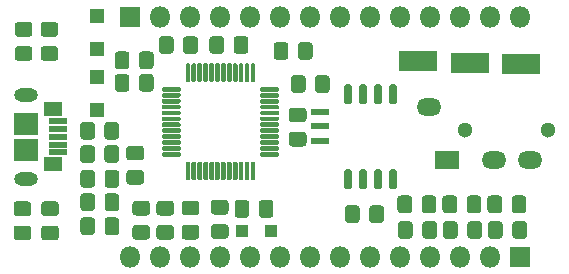
<source format=gbr>
%TF.GenerationSoftware,KiCad,Pcbnew,(5.1.6)-1*%
%TF.CreationDate,2020-10-01T22:55:38-05:00*%
%TF.ProjectId,VS1000SimpleBreakout,56533130-3030-4536-996d-706c65427265,rev?*%
%TF.SameCoordinates,Original*%
%TF.FileFunction,Soldermask,Top*%
%TF.FilePolarity,Negative*%
%FSLAX46Y46*%
G04 Gerber Fmt 4.6, Leading zero omitted, Abs format (unit mm)*
G04 Created by KiCad (PCBNEW (5.1.6)-1) date 2020-10-01 22:55:38*
%MOMM*%
%LPD*%
G01*
G04 APERTURE LIST*
%ADD10R,1.200000X1.200000*%
%ADD11R,1.100000X1.100000*%
%ADD12O,1.800000X1.800000*%
%ADD13R,1.800000X1.800000*%
%ADD14C,1.300000*%
%ADD15O,2.100000X1.500000*%
%ADD16R,2.100000X1.500000*%
%ADD17R,2.000000X1.850000*%
%ADD18R,1.500000X0.500000*%
%ADD19O,2.000000X1.150000*%
%ADD20R,1.550000X1.250000*%
%ADD21R,3.300000X1.700000*%
G04 APERTURE END LIST*
%TO.C,C1*%
G36*
G01*
X145287000Y-71276738D02*
X145287000Y-72233262D01*
G75*
G02*
X145015262Y-72505000I-271738J0D01*
G01*
X144308738Y-72505000D01*
G75*
G02*
X144037000Y-72233262I0J271738D01*
G01*
X144037000Y-71276738D01*
G75*
G02*
X144308738Y-71005000I271738J0D01*
G01*
X145015262Y-71005000D01*
G75*
G02*
X145287000Y-71276738I0J-271738D01*
G01*
G37*
G36*
G01*
X143237000Y-71276738D02*
X143237000Y-72233262D01*
G75*
G02*
X142965262Y-72505000I-271738J0D01*
G01*
X142258738Y-72505000D01*
G75*
G02*
X141987000Y-72233262I0J271738D01*
G01*
X141987000Y-71276738D01*
G75*
G02*
X142258738Y-71005000I271738J0D01*
G01*
X142965262Y-71005000D01*
G75*
G02*
X143237000Y-71276738I0J-271738D01*
G01*
G37*
%TD*%
%TO.C,C2*%
G36*
G01*
X145847800Y-74404962D02*
X145847800Y-73448438D01*
G75*
G02*
X146119538Y-73176700I271738J0D01*
G01*
X146826062Y-73176700D01*
G75*
G02*
X147097800Y-73448438I0J-271738D01*
G01*
X147097800Y-74404962D01*
G75*
G02*
X146826062Y-74676700I-271738J0D01*
G01*
X146119538Y-74676700D01*
G75*
G02*
X145847800Y-74404962I0J271738D01*
G01*
G37*
G36*
G01*
X147897800Y-74404962D02*
X147897800Y-73448438D01*
G75*
G02*
X148169538Y-73176700I271738J0D01*
G01*
X148876062Y-73176700D01*
G75*
G02*
X149147800Y-73448438I0J-271738D01*
G01*
X149147800Y-74404962D01*
G75*
G02*
X148876062Y-74676700I-271738J0D01*
G01*
X148169538Y-74676700D01*
G75*
G02*
X147897800Y-74404962I0J271738D01*
G01*
G37*
%TD*%
%TO.C,C3*%
G36*
G01*
X150857000Y-71276738D02*
X150857000Y-72233262D01*
G75*
G02*
X150585262Y-72505000I-271738J0D01*
G01*
X149878738Y-72505000D01*
G75*
G02*
X149607000Y-72233262I0J271738D01*
G01*
X149607000Y-71276738D01*
G75*
G02*
X149878738Y-71005000I271738J0D01*
G01*
X150585262Y-71005000D01*
G75*
G02*
X150857000Y-71276738I0J-271738D01*
G01*
G37*
G36*
G01*
X152907000Y-71276738D02*
X152907000Y-72233262D01*
G75*
G02*
X152635262Y-72505000I-271738J0D01*
G01*
X151928738Y-72505000D01*
G75*
G02*
X151657000Y-72233262I0J271738D01*
G01*
X151657000Y-71276738D01*
G75*
G02*
X151928738Y-71005000I271738J0D01*
G01*
X152635262Y-71005000D01*
G75*
G02*
X152907000Y-71276738I0J-271738D01*
G01*
G37*
%TD*%
%TO.C,C4*%
G36*
G01*
X150907800Y-73448438D02*
X150907800Y-74404962D01*
G75*
G02*
X150636062Y-74676700I-271738J0D01*
G01*
X149929538Y-74676700D01*
G75*
G02*
X149657800Y-74404962I0J271738D01*
G01*
X149657800Y-73448438D01*
G75*
G02*
X149929538Y-73176700I271738J0D01*
G01*
X150636062Y-73176700D01*
G75*
G02*
X150907800Y-73448438I0J-271738D01*
G01*
G37*
G36*
G01*
X152957800Y-73448438D02*
X152957800Y-74404962D01*
G75*
G02*
X152686062Y-74676700I-271738J0D01*
G01*
X151979538Y-74676700D01*
G75*
G02*
X151707800Y-74404962I0J271738D01*
G01*
X151707800Y-73448438D01*
G75*
G02*
X151979538Y-73176700I271738J0D01*
G01*
X152686062Y-73176700D01*
G75*
G02*
X152957800Y-73448438I0J-271738D01*
G01*
G37*
%TD*%
%TO.C,C5*%
G36*
G01*
X123044000Y-57789338D02*
X123044000Y-58745862D01*
G75*
G02*
X122772262Y-59017600I-271738J0D01*
G01*
X122065738Y-59017600D01*
G75*
G02*
X121794000Y-58745862I0J271738D01*
G01*
X121794000Y-57789338D01*
G75*
G02*
X122065738Y-57517600I271738J0D01*
G01*
X122772262Y-57517600D01*
G75*
G02*
X123044000Y-57789338I0J-271738D01*
G01*
G37*
G36*
G01*
X125094000Y-57789338D02*
X125094000Y-58745862D01*
G75*
G02*
X124822262Y-59017600I-271738J0D01*
G01*
X124115738Y-59017600D01*
G75*
G02*
X123844000Y-58745862I0J271738D01*
G01*
X123844000Y-57789338D01*
G75*
G02*
X124115738Y-57517600I271738J0D01*
G01*
X124822262Y-57517600D01*
G75*
G02*
X125094000Y-57789338I0J-271738D01*
G01*
G37*
%TD*%
%TO.C,C6*%
G36*
G01*
X131505800Y-59253862D02*
X131505800Y-58297338D01*
G75*
G02*
X131777538Y-58025600I271738J0D01*
G01*
X132484062Y-58025600D01*
G75*
G02*
X132755800Y-58297338I0J-271738D01*
G01*
X132755800Y-59253862D01*
G75*
G02*
X132484062Y-59525600I-271738J0D01*
G01*
X131777538Y-59525600D01*
G75*
G02*
X131505800Y-59253862I0J271738D01*
G01*
G37*
G36*
G01*
X133555800Y-59253862D02*
X133555800Y-58297338D01*
G75*
G02*
X133827538Y-58025600I271738J0D01*
G01*
X134534062Y-58025600D01*
G75*
G02*
X134805800Y-58297338I0J-271738D01*
G01*
X134805800Y-59253862D01*
G75*
G02*
X134534062Y-59525600I-271738J0D01*
G01*
X133827538Y-59525600D01*
G75*
G02*
X133555800Y-59253862I0J271738D01*
G01*
G37*
%TD*%
%TO.C,C7*%
G36*
G01*
X120264662Y-68036600D02*
X119308138Y-68036600D01*
G75*
G02*
X119036400Y-67764862I0J271738D01*
G01*
X119036400Y-67058338D01*
G75*
G02*
X119308138Y-66786600I271738J0D01*
G01*
X120264662Y-66786600D01*
G75*
G02*
X120536400Y-67058338I0J-271738D01*
G01*
X120536400Y-67764862D01*
G75*
G02*
X120264662Y-68036600I-271738J0D01*
G01*
G37*
G36*
G01*
X120264662Y-70086600D02*
X119308138Y-70086600D01*
G75*
G02*
X119036400Y-69814862I0J271738D01*
G01*
X119036400Y-69108338D01*
G75*
G02*
X119308138Y-68836600I271738J0D01*
G01*
X120264662Y-68836600D01*
G75*
G02*
X120536400Y-69108338I0J-271738D01*
G01*
X120536400Y-69814862D01*
G75*
G02*
X120264662Y-70086600I-271738J0D01*
G01*
G37*
%TD*%
%TO.C,C8*%
G36*
G01*
X126061200Y-58745862D02*
X126061200Y-57789338D01*
G75*
G02*
X126332938Y-57517600I271738J0D01*
G01*
X127039462Y-57517600D01*
G75*
G02*
X127311200Y-57789338I0J-271738D01*
G01*
X127311200Y-58745862D01*
G75*
G02*
X127039462Y-59017600I-271738J0D01*
G01*
X126332938Y-59017600D01*
G75*
G02*
X126061200Y-58745862I0J271738D01*
G01*
G37*
G36*
G01*
X128111200Y-58745862D02*
X128111200Y-57789338D01*
G75*
G02*
X128382938Y-57517600I271738J0D01*
G01*
X129089462Y-57517600D01*
G75*
G02*
X129361200Y-57789338I0J-271738D01*
G01*
X129361200Y-58745862D01*
G75*
G02*
X129089462Y-59017600I-271738J0D01*
G01*
X128382938Y-59017600D01*
G75*
G02*
X128111200Y-58745862I0J271738D01*
G01*
G37*
%TD*%
%TO.C,C9*%
G36*
G01*
X134211000Y-61091338D02*
X134211000Y-62047862D01*
G75*
G02*
X133939262Y-62319600I-271738J0D01*
G01*
X133232738Y-62319600D01*
G75*
G02*
X132961000Y-62047862I0J271738D01*
G01*
X132961000Y-61091338D01*
G75*
G02*
X133232738Y-60819600I271738J0D01*
G01*
X133939262Y-60819600D01*
G75*
G02*
X134211000Y-61091338I0J-271738D01*
G01*
G37*
G36*
G01*
X136261000Y-61091338D02*
X136261000Y-62047862D01*
G75*
G02*
X135989262Y-62319600I-271738J0D01*
G01*
X135282738Y-62319600D01*
G75*
G02*
X135011000Y-62047862I0J271738D01*
G01*
X135011000Y-61091338D01*
G75*
G02*
X135282738Y-60819600I271738J0D01*
G01*
X135989262Y-60819600D01*
G75*
G02*
X136261000Y-61091338I0J-271738D01*
G01*
G37*
%TD*%
%TO.C,C10*%
G36*
G01*
X118047500Y-60041262D02*
X118047500Y-59084738D01*
G75*
G02*
X118319238Y-58813000I271738J0D01*
G01*
X119025762Y-58813000D01*
G75*
G02*
X119297500Y-59084738I0J-271738D01*
G01*
X119297500Y-60041262D01*
G75*
G02*
X119025762Y-60313000I-271738J0D01*
G01*
X118319238Y-60313000D01*
G75*
G02*
X118047500Y-60041262I0J271738D01*
G01*
G37*
G36*
G01*
X120097500Y-60041262D02*
X120097500Y-59084738D01*
G75*
G02*
X120369238Y-58813000I271738J0D01*
G01*
X121075762Y-58813000D01*
G75*
G02*
X121347500Y-59084738I0J-271738D01*
G01*
X121347500Y-60041262D01*
G75*
G02*
X121075762Y-60313000I-271738J0D01*
G01*
X120369238Y-60313000D01*
G75*
G02*
X120097500Y-60041262I0J271738D01*
G01*
G37*
%TD*%
%TO.C,D1*%
G36*
G01*
X110815862Y-59612800D02*
X109859338Y-59612800D01*
G75*
G02*
X109587600Y-59341062I0J271738D01*
G01*
X109587600Y-58634538D01*
G75*
G02*
X109859338Y-58362800I271738J0D01*
G01*
X110815862Y-58362800D01*
G75*
G02*
X111087600Y-58634538I0J-271738D01*
G01*
X111087600Y-59341062D01*
G75*
G02*
X110815862Y-59612800I-271738J0D01*
G01*
G37*
G36*
G01*
X110815862Y-57562800D02*
X109859338Y-57562800D01*
G75*
G02*
X109587600Y-57291062I0J271738D01*
G01*
X109587600Y-56584538D01*
G75*
G02*
X109859338Y-56312800I271738J0D01*
G01*
X110815862Y-56312800D01*
G75*
G02*
X111087600Y-56584538I0J-271738D01*
G01*
X111087600Y-57291062D01*
G75*
G02*
X110815862Y-57562800I-271738J0D01*
G01*
G37*
%TD*%
%TO.C,D2*%
G36*
G01*
X110714262Y-72752000D02*
X109757738Y-72752000D01*
G75*
G02*
X109486000Y-72480262I0J271738D01*
G01*
X109486000Y-71773738D01*
G75*
G02*
X109757738Y-71502000I271738J0D01*
G01*
X110714262Y-71502000D01*
G75*
G02*
X110986000Y-71773738I0J-271738D01*
G01*
X110986000Y-72480262D01*
G75*
G02*
X110714262Y-72752000I-271738J0D01*
G01*
G37*
G36*
G01*
X110714262Y-74802000D02*
X109757738Y-74802000D01*
G75*
G02*
X109486000Y-74530262I0J271738D01*
G01*
X109486000Y-73823738D01*
G75*
G02*
X109757738Y-73552000I271738J0D01*
G01*
X110714262Y-73552000D01*
G75*
G02*
X110986000Y-73823738I0J-271738D01*
G01*
X110986000Y-74530262D01*
G75*
G02*
X110714262Y-74802000I-271738J0D01*
G01*
G37*
%TD*%
D10*
%TO.C,D3*%
X116522500Y-60957000D03*
X116522500Y-63757000D03*
%TD*%
%TO.C,D4*%
X116522500Y-55813500D03*
X116522500Y-58613500D03*
%TD*%
D11*
%TO.C,D5*%
X128798000Y-74015600D03*
X131298000Y-74015600D03*
%TD*%
D12*
%TO.C,J1*%
X119380000Y-76200000D03*
X121920000Y-76200000D03*
X124460000Y-76200000D03*
X127000000Y-76200000D03*
X129540000Y-76200000D03*
X132080000Y-76200000D03*
X134620000Y-76200000D03*
X137160000Y-76200000D03*
X139700000Y-76200000D03*
X142240000Y-76200000D03*
X144780000Y-76200000D03*
X147320000Y-76200000D03*
X149860000Y-76200000D03*
D13*
X152400000Y-76200000D03*
%TD*%
D14*
%TO.C,J2*%
X147702400Y-65500000D03*
X154702400Y-65500000D03*
D15*
X153202400Y-68000000D03*
X150202400Y-68000000D03*
D16*
X146202400Y-68000000D03*
D15*
X144702400Y-63500000D03*
%TD*%
D17*
%TO.C,J3*%
X110560000Y-67165000D03*
D18*
X113210000Y-65390000D03*
X113210000Y-64740000D03*
X113210000Y-67340000D03*
X113210000Y-66690000D03*
X113210000Y-66040000D03*
D17*
X110560000Y-64915000D03*
D19*
X110560000Y-62465000D03*
X110560000Y-69615000D03*
D20*
X112790000Y-68360000D03*
X112790000Y-63720000D03*
%TD*%
D13*
%TO.C,J4*%
X119380000Y-55880000D03*
D12*
X121920000Y-55880000D03*
X124460000Y-55880000D03*
X127000000Y-55880000D03*
X129540000Y-55880000D03*
X132080000Y-55880000D03*
X134620000Y-55880000D03*
X137160000Y-55880000D03*
X139700000Y-55880000D03*
X142240000Y-55880000D03*
X144780000Y-55880000D03*
X147320000Y-55880000D03*
X149860000Y-55880000D03*
X152400000Y-55880000D03*
%TD*%
%TO.C,R1*%
G36*
G01*
X112043738Y-58362800D02*
X113000262Y-58362800D01*
G75*
G02*
X113272000Y-58634538I0J-271738D01*
G01*
X113272000Y-59341062D01*
G75*
G02*
X113000262Y-59612800I-271738J0D01*
G01*
X112043738Y-59612800D01*
G75*
G02*
X111772000Y-59341062I0J271738D01*
G01*
X111772000Y-58634538D01*
G75*
G02*
X112043738Y-58362800I271738J0D01*
G01*
G37*
G36*
G01*
X112043738Y-56312800D02*
X113000262Y-56312800D01*
G75*
G02*
X113272000Y-56584538I0J-271738D01*
G01*
X113272000Y-57291062D01*
G75*
G02*
X113000262Y-57562800I-271738J0D01*
G01*
X112043738Y-57562800D01*
G75*
G02*
X111772000Y-57291062I0J271738D01*
G01*
X111772000Y-56584538D01*
G75*
G02*
X112043738Y-56312800I271738J0D01*
G01*
G37*
%TD*%
%TO.C,R2*%
G36*
G01*
X112094538Y-71502000D02*
X113051062Y-71502000D01*
G75*
G02*
X113322800Y-71773738I0J-271738D01*
G01*
X113322800Y-72480262D01*
G75*
G02*
X113051062Y-72752000I-271738J0D01*
G01*
X112094538Y-72752000D01*
G75*
G02*
X111822800Y-72480262I0J271738D01*
G01*
X111822800Y-71773738D01*
G75*
G02*
X112094538Y-71502000I271738J0D01*
G01*
G37*
G36*
G01*
X112094538Y-73552000D02*
X113051062Y-73552000D01*
G75*
G02*
X113322800Y-73823738I0J-271738D01*
G01*
X113322800Y-74530262D01*
G75*
G02*
X113051062Y-74802000I-271738J0D01*
G01*
X112094538Y-74802000D01*
G75*
G02*
X111822800Y-74530262I0J271738D01*
G01*
X111822800Y-73823738D01*
G75*
G02*
X112094538Y-73552000I271738J0D01*
G01*
G37*
%TD*%
%TO.C,R3*%
G36*
G01*
X145337800Y-73448438D02*
X145337800Y-74404962D01*
G75*
G02*
X145066062Y-74676700I-271738J0D01*
G01*
X144359538Y-74676700D01*
G75*
G02*
X144087800Y-74404962I0J271738D01*
G01*
X144087800Y-73448438D01*
G75*
G02*
X144359538Y-73176700I271738J0D01*
G01*
X145066062Y-73176700D01*
G75*
G02*
X145337800Y-73448438I0J-271738D01*
G01*
G37*
G36*
G01*
X143287800Y-73448438D02*
X143287800Y-74404962D01*
G75*
G02*
X143016062Y-74676700I-271738J0D01*
G01*
X142309538Y-74676700D01*
G75*
G02*
X142037800Y-74404962I0J271738D01*
G01*
X142037800Y-73448438D01*
G75*
G02*
X142309538Y-73176700I271738J0D01*
G01*
X143016062Y-73176700D01*
G75*
G02*
X143287800Y-73448438I0J-271738D01*
G01*
G37*
%TD*%
%TO.C,R4*%
G36*
G01*
X147847000Y-72233262D02*
X147847000Y-71276738D01*
G75*
G02*
X148118738Y-71005000I271738J0D01*
G01*
X148825262Y-71005000D01*
G75*
G02*
X149097000Y-71276738I0J-271738D01*
G01*
X149097000Y-72233262D01*
G75*
G02*
X148825262Y-72505000I-271738J0D01*
G01*
X148118738Y-72505000D01*
G75*
G02*
X147847000Y-72233262I0J271738D01*
G01*
G37*
G36*
G01*
X145797000Y-72233262D02*
X145797000Y-71276738D01*
G75*
G02*
X146068738Y-71005000I271738J0D01*
G01*
X146775262Y-71005000D01*
G75*
G02*
X147047000Y-71276738I0J-271738D01*
G01*
X147047000Y-72233262D01*
G75*
G02*
X146775262Y-72505000I-271738J0D01*
G01*
X146068738Y-72505000D01*
G75*
G02*
X145797000Y-72233262I0J271738D01*
G01*
G37*
%TD*%
%TO.C,R5*%
G36*
G01*
X137542000Y-73058762D02*
X137542000Y-72102238D01*
G75*
G02*
X137813738Y-71830500I271738J0D01*
G01*
X138520262Y-71830500D01*
G75*
G02*
X138792000Y-72102238I0J-271738D01*
G01*
X138792000Y-73058762D01*
G75*
G02*
X138520262Y-73330500I-271738J0D01*
G01*
X137813738Y-73330500D01*
G75*
G02*
X137542000Y-73058762I0J271738D01*
G01*
G37*
G36*
G01*
X139592000Y-73058762D02*
X139592000Y-72102238D01*
G75*
G02*
X139863738Y-71830500I271738J0D01*
G01*
X140570262Y-71830500D01*
G75*
G02*
X140842000Y-72102238I0J-271738D01*
G01*
X140842000Y-73058762D01*
G75*
G02*
X140570262Y-73330500I-271738J0D01*
G01*
X139863738Y-73330500D01*
G75*
G02*
X139592000Y-73058762I0J271738D01*
G01*
G37*
%TD*%
%TO.C,R6*%
G36*
G01*
X120772662Y-74751200D02*
X119816138Y-74751200D01*
G75*
G02*
X119544400Y-74479462I0J271738D01*
G01*
X119544400Y-73772938D01*
G75*
G02*
X119816138Y-73501200I271738J0D01*
G01*
X120772662Y-73501200D01*
G75*
G02*
X121044400Y-73772938I0J-271738D01*
G01*
X121044400Y-74479462D01*
G75*
G02*
X120772662Y-74751200I-271738J0D01*
G01*
G37*
G36*
G01*
X120772662Y-72701200D02*
X119816138Y-72701200D01*
G75*
G02*
X119544400Y-72429462I0J271738D01*
G01*
X119544400Y-71722938D01*
G75*
G02*
X119816138Y-71451200I271738J0D01*
G01*
X120772662Y-71451200D01*
G75*
G02*
X121044400Y-71722938I0J-271738D01*
G01*
X121044400Y-72429462D01*
G75*
G02*
X120772662Y-72701200I-271738J0D01*
G01*
G37*
%TD*%
%TO.C,R7*%
G36*
G01*
X133062238Y-65614500D02*
X134018762Y-65614500D01*
G75*
G02*
X134290500Y-65886238I0J-271738D01*
G01*
X134290500Y-66592762D01*
G75*
G02*
X134018762Y-66864500I-271738J0D01*
G01*
X133062238Y-66864500D01*
G75*
G02*
X132790500Y-66592762I0J271738D01*
G01*
X132790500Y-65886238D01*
G75*
G02*
X133062238Y-65614500I271738J0D01*
G01*
G37*
G36*
G01*
X133062238Y-63564500D02*
X134018762Y-63564500D01*
G75*
G02*
X134290500Y-63836238I0J-271738D01*
G01*
X134290500Y-64542762D01*
G75*
G02*
X134018762Y-64814500I-271738J0D01*
G01*
X133062238Y-64814500D01*
G75*
G02*
X132790500Y-64542762I0J271738D01*
G01*
X132790500Y-63836238D01*
G75*
G02*
X133062238Y-63564500I271738J0D01*
G01*
G37*
%TD*%
%TO.C,R8*%
G36*
G01*
X131494800Y-71657738D02*
X131494800Y-72614262D01*
G75*
G02*
X131223062Y-72886000I-271738J0D01*
G01*
X130516538Y-72886000D01*
G75*
G02*
X130244800Y-72614262I0J271738D01*
G01*
X130244800Y-71657738D01*
G75*
G02*
X130516538Y-71386000I271738J0D01*
G01*
X131223062Y-71386000D01*
G75*
G02*
X131494800Y-71657738I0J-271738D01*
G01*
G37*
G36*
G01*
X129444800Y-71657738D02*
X129444800Y-72614262D01*
G75*
G02*
X129173062Y-72886000I-271738J0D01*
G01*
X128466538Y-72886000D01*
G75*
G02*
X128194800Y-72614262I0J271738D01*
G01*
X128194800Y-71657738D01*
G75*
G02*
X128466538Y-71386000I271738J0D01*
G01*
X129173062Y-71386000D01*
G75*
G02*
X129444800Y-71657738I0J-271738D01*
G01*
G37*
%TD*%
%TO.C,R9*%
G36*
G01*
X120097500Y-61946262D02*
X120097500Y-60989738D01*
G75*
G02*
X120369238Y-60718000I271738J0D01*
G01*
X121075762Y-60718000D01*
G75*
G02*
X121347500Y-60989738I0J-271738D01*
G01*
X121347500Y-61946262D01*
G75*
G02*
X121075762Y-62218000I-271738J0D01*
G01*
X120369238Y-62218000D01*
G75*
G02*
X120097500Y-61946262I0J271738D01*
G01*
G37*
G36*
G01*
X118047500Y-61946262D02*
X118047500Y-60989738D01*
G75*
G02*
X118319238Y-60718000I271738J0D01*
G01*
X119025762Y-60718000D01*
G75*
G02*
X119297500Y-60989738I0J-271738D01*
G01*
X119297500Y-61946262D01*
G75*
G02*
X119025762Y-62218000I-271738J0D01*
G01*
X118319238Y-62218000D01*
G75*
G02*
X118047500Y-61946262I0J271738D01*
G01*
G37*
%TD*%
%TO.C,R10*%
G36*
G01*
X118426500Y-65053738D02*
X118426500Y-66010262D01*
G75*
G02*
X118154762Y-66282000I-271738J0D01*
G01*
X117448238Y-66282000D01*
G75*
G02*
X117176500Y-66010262I0J271738D01*
G01*
X117176500Y-65053738D01*
G75*
G02*
X117448238Y-64782000I271738J0D01*
G01*
X118154762Y-64782000D01*
G75*
G02*
X118426500Y-65053738I0J-271738D01*
G01*
G37*
G36*
G01*
X116376500Y-65053738D02*
X116376500Y-66010262D01*
G75*
G02*
X116104762Y-66282000I-271738J0D01*
G01*
X115398238Y-66282000D01*
G75*
G02*
X115126500Y-66010262I0J271738D01*
G01*
X115126500Y-65053738D01*
G75*
G02*
X115398238Y-64782000I271738J0D01*
G01*
X116104762Y-64782000D01*
G75*
G02*
X116376500Y-65053738I0J-271738D01*
G01*
G37*
%TD*%
%TO.C,R11*%
G36*
G01*
X116376500Y-67022238D02*
X116376500Y-67978762D01*
G75*
G02*
X116104762Y-68250500I-271738J0D01*
G01*
X115398238Y-68250500D01*
G75*
G02*
X115126500Y-67978762I0J271738D01*
G01*
X115126500Y-67022238D01*
G75*
G02*
X115398238Y-66750500I271738J0D01*
G01*
X116104762Y-66750500D01*
G75*
G02*
X116376500Y-67022238I0J-271738D01*
G01*
G37*
G36*
G01*
X118426500Y-67022238D02*
X118426500Y-67978762D01*
G75*
G02*
X118154762Y-68250500I-271738J0D01*
G01*
X117448238Y-68250500D01*
G75*
G02*
X117176500Y-67978762I0J271738D01*
G01*
X117176500Y-67022238D01*
G75*
G02*
X117448238Y-66750500I271738J0D01*
G01*
X118154762Y-66750500D01*
G75*
G02*
X118426500Y-67022238I0J-271738D01*
G01*
G37*
%TD*%
%TO.C,R12*%
G36*
G01*
X121848138Y-71451200D02*
X122804662Y-71451200D01*
G75*
G02*
X123076400Y-71722938I0J-271738D01*
G01*
X123076400Y-72429462D01*
G75*
G02*
X122804662Y-72701200I-271738J0D01*
G01*
X121848138Y-72701200D01*
G75*
G02*
X121576400Y-72429462I0J271738D01*
G01*
X121576400Y-71722938D01*
G75*
G02*
X121848138Y-71451200I271738J0D01*
G01*
G37*
G36*
G01*
X121848138Y-73501200D02*
X122804662Y-73501200D01*
G75*
G02*
X123076400Y-73772938I0J-271738D01*
G01*
X123076400Y-74479462D01*
G75*
G02*
X122804662Y-74751200I-271738J0D01*
G01*
X121848138Y-74751200D01*
G75*
G02*
X121576400Y-74479462I0J271738D01*
G01*
X121576400Y-73772938D01*
G75*
G02*
X121848138Y-73501200I271738J0D01*
G01*
G37*
%TD*%
%TO.C,R13*%
G36*
G01*
X123981738Y-73488500D02*
X124938262Y-73488500D01*
G75*
G02*
X125210000Y-73760238I0J-271738D01*
G01*
X125210000Y-74466762D01*
G75*
G02*
X124938262Y-74738500I-271738J0D01*
G01*
X123981738Y-74738500D01*
G75*
G02*
X123710000Y-74466762I0J271738D01*
G01*
X123710000Y-73760238D01*
G75*
G02*
X123981738Y-73488500I271738J0D01*
G01*
G37*
G36*
G01*
X123981738Y-71438500D02*
X124938262Y-71438500D01*
G75*
G02*
X125210000Y-71710238I0J-271738D01*
G01*
X125210000Y-72416762D01*
G75*
G02*
X124938262Y-72688500I-271738J0D01*
G01*
X123981738Y-72688500D01*
G75*
G02*
X123710000Y-72416762I0J271738D01*
G01*
X123710000Y-71710238D01*
G75*
G02*
X123981738Y-71438500I271738J0D01*
G01*
G37*
%TD*%
%TO.C,R14*%
G36*
G01*
X126458238Y-71375000D02*
X127414762Y-71375000D01*
G75*
G02*
X127686500Y-71646738I0J-271738D01*
G01*
X127686500Y-72353262D01*
G75*
G02*
X127414762Y-72625000I-271738J0D01*
G01*
X126458238Y-72625000D01*
G75*
G02*
X126186500Y-72353262I0J271738D01*
G01*
X126186500Y-71646738D01*
G75*
G02*
X126458238Y-71375000I271738J0D01*
G01*
G37*
G36*
G01*
X126458238Y-73425000D02*
X127414762Y-73425000D01*
G75*
G02*
X127686500Y-73696738I0J-271738D01*
G01*
X127686500Y-74403262D01*
G75*
G02*
X127414762Y-74675000I-271738J0D01*
G01*
X126458238Y-74675000D01*
G75*
G02*
X126186500Y-74403262I0J271738D01*
G01*
X126186500Y-73696738D01*
G75*
G02*
X126458238Y-73425000I271738J0D01*
G01*
G37*
%TD*%
%TO.C,R15*%
G36*
G01*
X117189200Y-72055462D02*
X117189200Y-71098938D01*
G75*
G02*
X117460938Y-70827200I271738J0D01*
G01*
X118167462Y-70827200D01*
G75*
G02*
X118439200Y-71098938I0J-271738D01*
G01*
X118439200Y-72055462D01*
G75*
G02*
X118167462Y-72327200I-271738J0D01*
G01*
X117460938Y-72327200D01*
G75*
G02*
X117189200Y-72055462I0J271738D01*
G01*
G37*
G36*
G01*
X115139200Y-72055462D02*
X115139200Y-71098938D01*
G75*
G02*
X115410938Y-70827200I271738J0D01*
G01*
X116117462Y-70827200D01*
G75*
G02*
X116389200Y-71098938I0J-271738D01*
G01*
X116389200Y-72055462D01*
G75*
G02*
X116117462Y-72327200I-271738J0D01*
G01*
X115410938Y-72327200D01*
G75*
G02*
X115139200Y-72055462I0J271738D01*
G01*
G37*
%TD*%
%TO.C,R16*%
G36*
G01*
X115139200Y-70074262D02*
X115139200Y-69117738D01*
G75*
G02*
X115410938Y-68846000I271738J0D01*
G01*
X116117462Y-68846000D01*
G75*
G02*
X116389200Y-69117738I0J-271738D01*
G01*
X116389200Y-70074262D01*
G75*
G02*
X116117462Y-70346000I-271738J0D01*
G01*
X115410938Y-70346000D01*
G75*
G02*
X115139200Y-70074262I0J271738D01*
G01*
G37*
G36*
G01*
X117189200Y-70074262D02*
X117189200Y-69117738D01*
G75*
G02*
X117460938Y-68846000I271738J0D01*
G01*
X118167462Y-68846000D01*
G75*
G02*
X118439200Y-69117738I0J-271738D01*
G01*
X118439200Y-70074262D01*
G75*
G02*
X118167462Y-70346000I-271738J0D01*
G01*
X117460938Y-70346000D01*
G75*
G02*
X117189200Y-70074262I0J271738D01*
G01*
G37*
%TD*%
%TO.C,R17*%
G36*
G01*
X115139200Y-74087462D02*
X115139200Y-73130938D01*
G75*
G02*
X115410938Y-72859200I271738J0D01*
G01*
X116117462Y-72859200D01*
G75*
G02*
X116389200Y-73130938I0J-271738D01*
G01*
X116389200Y-74087462D01*
G75*
G02*
X116117462Y-74359200I-271738J0D01*
G01*
X115410938Y-74359200D01*
G75*
G02*
X115139200Y-74087462I0J271738D01*
G01*
G37*
G36*
G01*
X117189200Y-74087462D02*
X117189200Y-73130938D01*
G75*
G02*
X117460938Y-72859200I271738J0D01*
G01*
X118167462Y-72859200D01*
G75*
G02*
X118439200Y-73130938I0J-271738D01*
G01*
X118439200Y-74087462D01*
G75*
G02*
X118167462Y-74359200I-271738J0D01*
G01*
X117460938Y-74359200D01*
G75*
G02*
X117189200Y-74087462I0J271738D01*
G01*
G37*
%TD*%
%TO.C,U1*%
G36*
G01*
X137970000Y-70490000D02*
X137620000Y-70490000D01*
G75*
G02*
X137445000Y-70315000I0J175000D01*
G01*
X137445000Y-68965000D01*
G75*
G02*
X137620000Y-68790000I175000J0D01*
G01*
X137970000Y-68790000D01*
G75*
G02*
X138145000Y-68965000I0J-175000D01*
G01*
X138145000Y-70315000D01*
G75*
G02*
X137970000Y-70490000I-175000J0D01*
G01*
G37*
G36*
G01*
X139240000Y-70490000D02*
X138890000Y-70490000D01*
G75*
G02*
X138715000Y-70315000I0J175000D01*
G01*
X138715000Y-68965000D01*
G75*
G02*
X138890000Y-68790000I175000J0D01*
G01*
X139240000Y-68790000D01*
G75*
G02*
X139415000Y-68965000I0J-175000D01*
G01*
X139415000Y-70315000D01*
G75*
G02*
X139240000Y-70490000I-175000J0D01*
G01*
G37*
G36*
G01*
X140510000Y-70490000D02*
X140160000Y-70490000D01*
G75*
G02*
X139985000Y-70315000I0J175000D01*
G01*
X139985000Y-68965000D01*
G75*
G02*
X140160000Y-68790000I175000J0D01*
G01*
X140510000Y-68790000D01*
G75*
G02*
X140685000Y-68965000I0J-175000D01*
G01*
X140685000Y-70315000D01*
G75*
G02*
X140510000Y-70490000I-175000J0D01*
G01*
G37*
G36*
G01*
X141780000Y-70490000D02*
X141430000Y-70490000D01*
G75*
G02*
X141255000Y-70315000I0J175000D01*
G01*
X141255000Y-68965000D01*
G75*
G02*
X141430000Y-68790000I175000J0D01*
G01*
X141780000Y-68790000D01*
G75*
G02*
X141955000Y-68965000I0J-175000D01*
G01*
X141955000Y-70315000D01*
G75*
G02*
X141780000Y-70490000I-175000J0D01*
G01*
G37*
G36*
G01*
X141780000Y-63290000D02*
X141430000Y-63290000D01*
G75*
G02*
X141255000Y-63115000I0J175000D01*
G01*
X141255000Y-61765000D01*
G75*
G02*
X141430000Y-61590000I175000J0D01*
G01*
X141780000Y-61590000D01*
G75*
G02*
X141955000Y-61765000I0J-175000D01*
G01*
X141955000Y-63115000D01*
G75*
G02*
X141780000Y-63290000I-175000J0D01*
G01*
G37*
G36*
G01*
X140510000Y-63290000D02*
X140160000Y-63290000D01*
G75*
G02*
X139985000Y-63115000I0J175000D01*
G01*
X139985000Y-61765000D01*
G75*
G02*
X140160000Y-61590000I175000J0D01*
G01*
X140510000Y-61590000D01*
G75*
G02*
X140685000Y-61765000I0J-175000D01*
G01*
X140685000Y-63115000D01*
G75*
G02*
X140510000Y-63290000I-175000J0D01*
G01*
G37*
G36*
G01*
X139240000Y-63290000D02*
X138890000Y-63290000D01*
G75*
G02*
X138715000Y-63115000I0J175000D01*
G01*
X138715000Y-61765000D01*
G75*
G02*
X138890000Y-61590000I175000J0D01*
G01*
X139240000Y-61590000D01*
G75*
G02*
X139415000Y-61765000I0J-175000D01*
G01*
X139415000Y-63115000D01*
G75*
G02*
X139240000Y-63290000I-175000J0D01*
G01*
G37*
G36*
G01*
X137970000Y-63290000D02*
X137620000Y-63290000D01*
G75*
G02*
X137445000Y-63115000I0J175000D01*
G01*
X137445000Y-61765000D01*
G75*
G02*
X137620000Y-61590000I175000J0D01*
G01*
X137970000Y-61590000D01*
G75*
G02*
X138145000Y-61765000I0J-175000D01*
G01*
X138145000Y-63115000D01*
G75*
G02*
X137970000Y-63290000I-175000J0D01*
G01*
G37*
%TD*%
%TO.C,U2*%
G36*
G01*
X122050000Y-62120000D02*
X122050000Y-61920000D01*
G75*
G02*
X122150000Y-61820000I100000J0D01*
G01*
X123525000Y-61820000D01*
G75*
G02*
X123625000Y-61920000I0J-100000D01*
G01*
X123625000Y-62120000D01*
G75*
G02*
X123525000Y-62220000I-100000J0D01*
G01*
X122150000Y-62220000D01*
G75*
G02*
X122050000Y-62120000I0J100000D01*
G01*
G37*
G36*
G01*
X122050000Y-62620000D02*
X122050000Y-62420000D01*
G75*
G02*
X122150000Y-62320000I100000J0D01*
G01*
X123525000Y-62320000D01*
G75*
G02*
X123625000Y-62420000I0J-100000D01*
G01*
X123625000Y-62620000D01*
G75*
G02*
X123525000Y-62720000I-100000J0D01*
G01*
X122150000Y-62720000D01*
G75*
G02*
X122050000Y-62620000I0J100000D01*
G01*
G37*
G36*
G01*
X122050000Y-63120000D02*
X122050000Y-62920000D01*
G75*
G02*
X122150000Y-62820000I100000J0D01*
G01*
X123525000Y-62820000D01*
G75*
G02*
X123625000Y-62920000I0J-100000D01*
G01*
X123625000Y-63120000D01*
G75*
G02*
X123525000Y-63220000I-100000J0D01*
G01*
X122150000Y-63220000D01*
G75*
G02*
X122050000Y-63120000I0J100000D01*
G01*
G37*
G36*
G01*
X122050000Y-63620000D02*
X122050000Y-63420000D01*
G75*
G02*
X122150000Y-63320000I100000J0D01*
G01*
X123525000Y-63320000D01*
G75*
G02*
X123625000Y-63420000I0J-100000D01*
G01*
X123625000Y-63620000D01*
G75*
G02*
X123525000Y-63720000I-100000J0D01*
G01*
X122150000Y-63720000D01*
G75*
G02*
X122050000Y-63620000I0J100000D01*
G01*
G37*
G36*
G01*
X122050000Y-64120000D02*
X122050000Y-63920000D01*
G75*
G02*
X122150000Y-63820000I100000J0D01*
G01*
X123525000Y-63820000D01*
G75*
G02*
X123625000Y-63920000I0J-100000D01*
G01*
X123625000Y-64120000D01*
G75*
G02*
X123525000Y-64220000I-100000J0D01*
G01*
X122150000Y-64220000D01*
G75*
G02*
X122050000Y-64120000I0J100000D01*
G01*
G37*
G36*
G01*
X122050000Y-64620000D02*
X122050000Y-64420000D01*
G75*
G02*
X122150000Y-64320000I100000J0D01*
G01*
X123525000Y-64320000D01*
G75*
G02*
X123625000Y-64420000I0J-100000D01*
G01*
X123625000Y-64620000D01*
G75*
G02*
X123525000Y-64720000I-100000J0D01*
G01*
X122150000Y-64720000D01*
G75*
G02*
X122050000Y-64620000I0J100000D01*
G01*
G37*
G36*
G01*
X122050000Y-65120000D02*
X122050000Y-64920000D01*
G75*
G02*
X122150000Y-64820000I100000J0D01*
G01*
X123525000Y-64820000D01*
G75*
G02*
X123625000Y-64920000I0J-100000D01*
G01*
X123625000Y-65120000D01*
G75*
G02*
X123525000Y-65220000I-100000J0D01*
G01*
X122150000Y-65220000D01*
G75*
G02*
X122050000Y-65120000I0J100000D01*
G01*
G37*
G36*
G01*
X122050000Y-65620000D02*
X122050000Y-65420000D01*
G75*
G02*
X122150000Y-65320000I100000J0D01*
G01*
X123525000Y-65320000D01*
G75*
G02*
X123625000Y-65420000I0J-100000D01*
G01*
X123625000Y-65620000D01*
G75*
G02*
X123525000Y-65720000I-100000J0D01*
G01*
X122150000Y-65720000D01*
G75*
G02*
X122050000Y-65620000I0J100000D01*
G01*
G37*
G36*
G01*
X122050000Y-66120000D02*
X122050000Y-65920000D01*
G75*
G02*
X122150000Y-65820000I100000J0D01*
G01*
X123525000Y-65820000D01*
G75*
G02*
X123625000Y-65920000I0J-100000D01*
G01*
X123625000Y-66120000D01*
G75*
G02*
X123525000Y-66220000I-100000J0D01*
G01*
X122150000Y-66220000D01*
G75*
G02*
X122050000Y-66120000I0J100000D01*
G01*
G37*
G36*
G01*
X122050000Y-66620000D02*
X122050000Y-66420000D01*
G75*
G02*
X122150000Y-66320000I100000J0D01*
G01*
X123525000Y-66320000D01*
G75*
G02*
X123625000Y-66420000I0J-100000D01*
G01*
X123625000Y-66620000D01*
G75*
G02*
X123525000Y-66720000I-100000J0D01*
G01*
X122150000Y-66720000D01*
G75*
G02*
X122050000Y-66620000I0J100000D01*
G01*
G37*
G36*
G01*
X122050000Y-67120000D02*
X122050000Y-66920000D01*
G75*
G02*
X122150000Y-66820000I100000J0D01*
G01*
X123525000Y-66820000D01*
G75*
G02*
X123625000Y-66920000I0J-100000D01*
G01*
X123625000Y-67120000D01*
G75*
G02*
X123525000Y-67220000I-100000J0D01*
G01*
X122150000Y-67220000D01*
G75*
G02*
X122050000Y-67120000I0J100000D01*
G01*
G37*
G36*
G01*
X122050000Y-67620000D02*
X122050000Y-67420000D01*
G75*
G02*
X122150000Y-67320000I100000J0D01*
G01*
X123525000Y-67320000D01*
G75*
G02*
X123625000Y-67420000I0J-100000D01*
G01*
X123625000Y-67620000D01*
G75*
G02*
X123525000Y-67720000I-100000J0D01*
G01*
X122150000Y-67720000D01*
G75*
G02*
X122050000Y-67620000I0J100000D01*
G01*
G37*
G36*
G01*
X124050000Y-69620000D02*
X124050000Y-68245000D01*
G75*
G02*
X124150000Y-68145000I100000J0D01*
G01*
X124350000Y-68145000D01*
G75*
G02*
X124450000Y-68245000I0J-100000D01*
G01*
X124450000Y-69620000D01*
G75*
G02*
X124350000Y-69720000I-100000J0D01*
G01*
X124150000Y-69720000D01*
G75*
G02*
X124050000Y-69620000I0J100000D01*
G01*
G37*
G36*
G01*
X124550000Y-69620000D02*
X124550000Y-68245000D01*
G75*
G02*
X124650000Y-68145000I100000J0D01*
G01*
X124850000Y-68145000D01*
G75*
G02*
X124950000Y-68245000I0J-100000D01*
G01*
X124950000Y-69620000D01*
G75*
G02*
X124850000Y-69720000I-100000J0D01*
G01*
X124650000Y-69720000D01*
G75*
G02*
X124550000Y-69620000I0J100000D01*
G01*
G37*
G36*
G01*
X125050000Y-69620000D02*
X125050000Y-68245000D01*
G75*
G02*
X125150000Y-68145000I100000J0D01*
G01*
X125350000Y-68145000D01*
G75*
G02*
X125450000Y-68245000I0J-100000D01*
G01*
X125450000Y-69620000D01*
G75*
G02*
X125350000Y-69720000I-100000J0D01*
G01*
X125150000Y-69720000D01*
G75*
G02*
X125050000Y-69620000I0J100000D01*
G01*
G37*
G36*
G01*
X125550000Y-69620000D02*
X125550000Y-68245000D01*
G75*
G02*
X125650000Y-68145000I100000J0D01*
G01*
X125850000Y-68145000D01*
G75*
G02*
X125950000Y-68245000I0J-100000D01*
G01*
X125950000Y-69620000D01*
G75*
G02*
X125850000Y-69720000I-100000J0D01*
G01*
X125650000Y-69720000D01*
G75*
G02*
X125550000Y-69620000I0J100000D01*
G01*
G37*
G36*
G01*
X126050000Y-69620000D02*
X126050000Y-68245000D01*
G75*
G02*
X126150000Y-68145000I100000J0D01*
G01*
X126350000Y-68145000D01*
G75*
G02*
X126450000Y-68245000I0J-100000D01*
G01*
X126450000Y-69620000D01*
G75*
G02*
X126350000Y-69720000I-100000J0D01*
G01*
X126150000Y-69720000D01*
G75*
G02*
X126050000Y-69620000I0J100000D01*
G01*
G37*
G36*
G01*
X126550000Y-69620000D02*
X126550000Y-68245000D01*
G75*
G02*
X126650000Y-68145000I100000J0D01*
G01*
X126850000Y-68145000D01*
G75*
G02*
X126950000Y-68245000I0J-100000D01*
G01*
X126950000Y-69620000D01*
G75*
G02*
X126850000Y-69720000I-100000J0D01*
G01*
X126650000Y-69720000D01*
G75*
G02*
X126550000Y-69620000I0J100000D01*
G01*
G37*
G36*
G01*
X127050000Y-69620000D02*
X127050000Y-68245000D01*
G75*
G02*
X127150000Y-68145000I100000J0D01*
G01*
X127350000Y-68145000D01*
G75*
G02*
X127450000Y-68245000I0J-100000D01*
G01*
X127450000Y-69620000D01*
G75*
G02*
X127350000Y-69720000I-100000J0D01*
G01*
X127150000Y-69720000D01*
G75*
G02*
X127050000Y-69620000I0J100000D01*
G01*
G37*
G36*
G01*
X127550000Y-69620000D02*
X127550000Y-68245000D01*
G75*
G02*
X127650000Y-68145000I100000J0D01*
G01*
X127850000Y-68145000D01*
G75*
G02*
X127950000Y-68245000I0J-100000D01*
G01*
X127950000Y-69620000D01*
G75*
G02*
X127850000Y-69720000I-100000J0D01*
G01*
X127650000Y-69720000D01*
G75*
G02*
X127550000Y-69620000I0J100000D01*
G01*
G37*
G36*
G01*
X128050000Y-69620000D02*
X128050000Y-68245000D01*
G75*
G02*
X128150000Y-68145000I100000J0D01*
G01*
X128350000Y-68145000D01*
G75*
G02*
X128450000Y-68245000I0J-100000D01*
G01*
X128450000Y-69620000D01*
G75*
G02*
X128350000Y-69720000I-100000J0D01*
G01*
X128150000Y-69720000D01*
G75*
G02*
X128050000Y-69620000I0J100000D01*
G01*
G37*
G36*
G01*
X128550000Y-69620000D02*
X128550000Y-68245000D01*
G75*
G02*
X128650000Y-68145000I100000J0D01*
G01*
X128850000Y-68145000D01*
G75*
G02*
X128950000Y-68245000I0J-100000D01*
G01*
X128950000Y-69620000D01*
G75*
G02*
X128850000Y-69720000I-100000J0D01*
G01*
X128650000Y-69720000D01*
G75*
G02*
X128550000Y-69620000I0J100000D01*
G01*
G37*
G36*
G01*
X129050000Y-69620000D02*
X129050000Y-68245000D01*
G75*
G02*
X129150000Y-68145000I100000J0D01*
G01*
X129350000Y-68145000D01*
G75*
G02*
X129450000Y-68245000I0J-100000D01*
G01*
X129450000Y-69620000D01*
G75*
G02*
X129350000Y-69720000I-100000J0D01*
G01*
X129150000Y-69720000D01*
G75*
G02*
X129050000Y-69620000I0J100000D01*
G01*
G37*
G36*
G01*
X129550000Y-69620000D02*
X129550000Y-68245000D01*
G75*
G02*
X129650000Y-68145000I100000J0D01*
G01*
X129850000Y-68145000D01*
G75*
G02*
X129950000Y-68245000I0J-100000D01*
G01*
X129950000Y-69620000D01*
G75*
G02*
X129850000Y-69720000I-100000J0D01*
G01*
X129650000Y-69720000D01*
G75*
G02*
X129550000Y-69620000I0J100000D01*
G01*
G37*
G36*
G01*
X130375000Y-67620000D02*
X130375000Y-67420000D01*
G75*
G02*
X130475000Y-67320000I100000J0D01*
G01*
X131850000Y-67320000D01*
G75*
G02*
X131950000Y-67420000I0J-100000D01*
G01*
X131950000Y-67620000D01*
G75*
G02*
X131850000Y-67720000I-100000J0D01*
G01*
X130475000Y-67720000D01*
G75*
G02*
X130375000Y-67620000I0J100000D01*
G01*
G37*
G36*
G01*
X130375000Y-67120000D02*
X130375000Y-66920000D01*
G75*
G02*
X130475000Y-66820000I100000J0D01*
G01*
X131850000Y-66820000D01*
G75*
G02*
X131950000Y-66920000I0J-100000D01*
G01*
X131950000Y-67120000D01*
G75*
G02*
X131850000Y-67220000I-100000J0D01*
G01*
X130475000Y-67220000D01*
G75*
G02*
X130375000Y-67120000I0J100000D01*
G01*
G37*
G36*
G01*
X130375000Y-66620000D02*
X130375000Y-66420000D01*
G75*
G02*
X130475000Y-66320000I100000J0D01*
G01*
X131850000Y-66320000D01*
G75*
G02*
X131950000Y-66420000I0J-100000D01*
G01*
X131950000Y-66620000D01*
G75*
G02*
X131850000Y-66720000I-100000J0D01*
G01*
X130475000Y-66720000D01*
G75*
G02*
X130375000Y-66620000I0J100000D01*
G01*
G37*
G36*
G01*
X130375000Y-66120000D02*
X130375000Y-65920000D01*
G75*
G02*
X130475000Y-65820000I100000J0D01*
G01*
X131850000Y-65820000D01*
G75*
G02*
X131950000Y-65920000I0J-100000D01*
G01*
X131950000Y-66120000D01*
G75*
G02*
X131850000Y-66220000I-100000J0D01*
G01*
X130475000Y-66220000D01*
G75*
G02*
X130375000Y-66120000I0J100000D01*
G01*
G37*
G36*
G01*
X130375000Y-65620000D02*
X130375000Y-65420000D01*
G75*
G02*
X130475000Y-65320000I100000J0D01*
G01*
X131850000Y-65320000D01*
G75*
G02*
X131950000Y-65420000I0J-100000D01*
G01*
X131950000Y-65620000D01*
G75*
G02*
X131850000Y-65720000I-100000J0D01*
G01*
X130475000Y-65720000D01*
G75*
G02*
X130375000Y-65620000I0J100000D01*
G01*
G37*
G36*
G01*
X130375000Y-65120000D02*
X130375000Y-64920000D01*
G75*
G02*
X130475000Y-64820000I100000J0D01*
G01*
X131850000Y-64820000D01*
G75*
G02*
X131950000Y-64920000I0J-100000D01*
G01*
X131950000Y-65120000D01*
G75*
G02*
X131850000Y-65220000I-100000J0D01*
G01*
X130475000Y-65220000D01*
G75*
G02*
X130375000Y-65120000I0J100000D01*
G01*
G37*
G36*
G01*
X130375000Y-64620000D02*
X130375000Y-64420000D01*
G75*
G02*
X130475000Y-64320000I100000J0D01*
G01*
X131850000Y-64320000D01*
G75*
G02*
X131950000Y-64420000I0J-100000D01*
G01*
X131950000Y-64620000D01*
G75*
G02*
X131850000Y-64720000I-100000J0D01*
G01*
X130475000Y-64720000D01*
G75*
G02*
X130375000Y-64620000I0J100000D01*
G01*
G37*
G36*
G01*
X130375000Y-64120000D02*
X130375000Y-63920000D01*
G75*
G02*
X130475000Y-63820000I100000J0D01*
G01*
X131850000Y-63820000D01*
G75*
G02*
X131950000Y-63920000I0J-100000D01*
G01*
X131950000Y-64120000D01*
G75*
G02*
X131850000Y-64220000I-100000J0D01*
G01*
X130475000Y-64220000D01*
G75*
G02*
X130375000Y-64120000I0J100000D01*
G01*
G37*
G36*
G01*
X130375000Y-63620000D02*
X130375000Y-63420000D01*
G75*
G02*
X130475000Y-63320000I100000J0D01*
G01*
X131850000Y-63320000D01*
G75*
G02*
X131950000Y-63420000I0J-100000D01*
G01*
X131950000Y-63620000D01*
G75*
G02*
X131850000Y-63720000I-100000J0D01*
G01*
X130475000Y-63720000D01*
G75*
G02*
X130375000Y-63620000I0J100000D01*
G01*
G37*
G36*
G01*
X130375000Y-63120000D02*
X130375000Y-62920000D01*
G75*
G02*
X130475000Y-62820000I100000J0D01*
G01*
X131850000Y-62820000D01*
G75*
G02*
X131950000Y-62920000I0J-100000D01*
G01*
X131950000Y-63120000D01*
G75*
G02*
X131850000Y-63220000I-100000J0D01*
G01*
X130475000Y-63220000D01*
G75*
G02*
X130375000Y-63120000I0J100000D01*
G01*
G37*
G36*
G01*
X130375000Y-62620000D02*
X130375000Y-62420000D01*
G75*
G02*
X130475000Y-62320000I100000J0D01*
G01*
X131850000Y-62320000D01*
G75*
G02*
X131950000Y-62420000I0J-100000D01*
G01*
X131950000Y-62620000D01*
G75*
G02*
X131850000Y-62720000I-100000J0D01*
G01*
X130475000Y-62720000D01*
G75*
G02*
X130375000Y-62620000I0J100000D01*
G01*
G37*
G36*
G01*
X130375000Y-62120000D02*
X130375000Y-61920000D01*
G75*
G02*
X130475000Y-61820000I100000J0D01*
G01*
X131850000Y-61820000D01*
G75*
G02*
X131950000Y-61920000I0J-100000D01*
G01*
X131950000Y-62120000D01*
G75*
G02*
X131850000Y-62220000I-100000J0D01*
G01*
X130475000Y-62220000D01*
G75*
G02*
X130375000Y-62120000I0J100000D01*
G01*
G37*
G36*
G01*
X129550000Y-61295000D02*
X129550000Y-59920000D01*
G75*
G02*
X129650000Y-59820000I100000J0D01*
G01*
X129850000Y-59820000D01*
G75*
G02*
X129950000Y-59920000I0J-100000D01*
G01*
X129950000Y-61295000D01*
G75*
G02*
X129850000Y-61395000I-100000J0D01*
G01*
X129650000Y-61395000D01*
G75*
G02*
X129550000Y-61295000I0J100000D01*
G01*
G37*
G36*
G01*
X129050000Y-61295000D02*
X129050000Y-59920000D01*
G75*
G02*
X129150000Y-59820000I100000J0D01*
G01*
X129350000Y-59820000D01*
G75*
G02*
X129450000Y-59920000I0J-100000D01*
G01*
X129450000Y-61295000D01*
G75*
G02*
X129350000Y-61395000I-100000J0D01*
G01*
X129150000Y-61395000D01*
G75*
G02*
X129050000Y-61295000I0J100000D01*
G01*
G37*
G36*
G01*
X128550000Y-61295000D02*
X128550000Y-59920000D01*
G75*
G02*
X128650000Y-59820000I100000J0D01*
G01*
X128850000Y-59820000D01*
G75*
G02*
X128950000Y-59920000I0J-100000D01*
G01*
X128950000Y-61295000D01*
G75*
G02*
X128850000Y-61395000I-100000J0D01*
G01*
X128650000Y-61395000D01*
G75*
G02*
X128550000Y-61295000I0J100000D01*
G01*
G37*
G36*
G01*
X128050000Y-61295000D02*
X128050000Y-59920000D01*
G75*
G02*
X128150000Y-59820000I100000J0D01*
G01*
X128350000Y-59820000D01*
G75*
G02*
X128450000Y-59920000I0J-100000D01*
G01*
X128450000Y-61295000D01*
G75*
G02*
X128350000Y-61395000I-100000J0D01*
G01*
X128150000Y-61395000D01*
G75*
G02*
X128050000Y-61295000I0J100000D01*
G01*
G37*
G36*
G01*
X127550000Y-61295000D02*
X127550000Y-59920000D01*
G75*
G02*
X127650000Y-59820000I100000J0D01*
G01*
X127850000Y-59820000D01*
G75*
G02*
X127950000Y-59920000I0J-100000D01*
G01*
X127950000Y-61295000D01*
G75*
G02*
X127850000Y-61395000I-100000J0D01*
G01*
X127650000Y-61395000D01*
G75*
G02*
X127550000Y-61295000I0J100000D01*
G01*
G37*
G36*
G01*
X127050000Y-61295000D02*
X127050000Y-59920000D01*
G75*
G02*
X127150000Y-59820000I100000J0D01*
G01*
X127350000Y-59820000D01*
G75*
G02*
X127450000Y-59920000I0J-100000D01*
G01*
X127450000Y-61295000D01*
G75*
G02*
X127350000Y-61395000I-100000J0D01*
G01*
X127150000Y-61395000D01*
G75*
G02*
X127050000Y-61295000I0J100000D01*
G01*
G37*
G36*
G01*
X126550000Y-61295000D02*
X126550000Y-59920000D01*
G75*
G02*
X126650000Y-59820000I100000J0D01*
G01*
X126850000Y-59820000D01*
G75*
G02*
X126950000Y-59920000I0J-100000D01*
G01*
X126950000Y-61295000D01*
G75*
G02*
X126850000Y-61395000I-100000J0D01*
G01*
X126650000Y-61395000D01*
G75*
G02*
X126550000Y-61295000I0J100000D01*
G01*
G37*
G36*
G01*
X126050000Y-61295000D02*
X126050000Y-59920000D01*
G75*
G02*
X126150000Y-59820000I100000J0D01*
G01*
X126350000Y-59820000D01*
G75*
G02*
X126450000Y-59920000I0J-100000D01*
G01*
X126450000Y-61295000D01*
G75*
G02*
X126350000Y-61395000I-100000J0D01*
G01*
X126150000Y-61395000D01*
G75*
G02*
X126050000Y-61295000I0J100000D01*
G01*
G37*
G36*
G01*
X125550000Y-61295000D02*
X125550000Y-59920000D01*
G75*
G02*
X125650000Y-59820000I100000J0D01*
G01*
X125850000Y-59820000D01*
G75*
G02*
X125950000Y-59920000I0J-100000D01*
G01*
X125950000Y-61295000D01*
G75*
G02*
X125850000Y-61395000I-100000J0D01*
G01*
X125650000Y-61395000D01*
G75*
G02*
X125550000Y-61295000I0J100000D01*
G01*
G37*
G36*
G01*
X125050000Y-61295000D02*
X125050000Y-59920000D01*
G75*
G02*
X125150000Y-59820000I100000J0D01*
G01*
X125350000Y-59820000D01*
G75*
G02*
X125450000Y-59920000I0J-100000D01*
G01*
X125450000Y-61295000D01*
G75*
G02*
X125350000Y-61395000I-100000J0D01*
G01*
X125150000Y-61395000D01*
G75*
G02*
X125050000Y-61295000I0J100000D01*
G01*
G37*
G36*
G01*
X124550000Y-61295000D02*
X124550000Y-59920000D01*
G75*
G02*
X124650000Y-59820000I100000J0D01*
G01*
X124850000Y-59820000D01*
G75*
G02*
X124950000Y-59920000I0J-100000D01*
G01*
X124950000Y-61295000D01*
G75*
G02*
X124850000Y-61395000I-100000J0D01*
G01*
X124650000Y-61395000D01*
G75*
G02*
X124550000Y-61295000I0J100000D01*
G01*
G37*
G36*
G01*
X124050000Y-61295000D02*
X124050000Y-59920000D01*
G75*
G02*
X124150000Y-59820000I100000J0D01*
G01*
X124350000Y-59820000D01*
G75*
G02*
X124450000Y-59920000I0J-100000D01*
G01*
X124450000Y-61295000D01*
G75*
G02*
X124350000Y-61395000I-100000J0D01*
G01*
X124150000Y-61395000D01*
G75*
G02*
X124050000Y-61295000I0J100000D01*
G01*
G37*
%TD*%
D18*
%TO.C,Y1*%
X135445500Y-66351000D03*
X135445500Y-65151000D03*
X135445500Y-63951000D03*
%TD*%
D21*
%TO.C,TPMOSI*%
X148132800Y-59791600D03*
%TD*%
%TO.C,TPSCK*%
X143764000Y-59588400D03*
%TD*%
%TO.C,TPMISO*%
X152450800Y-59842400D03*
%TD*%
M02*

</source>
